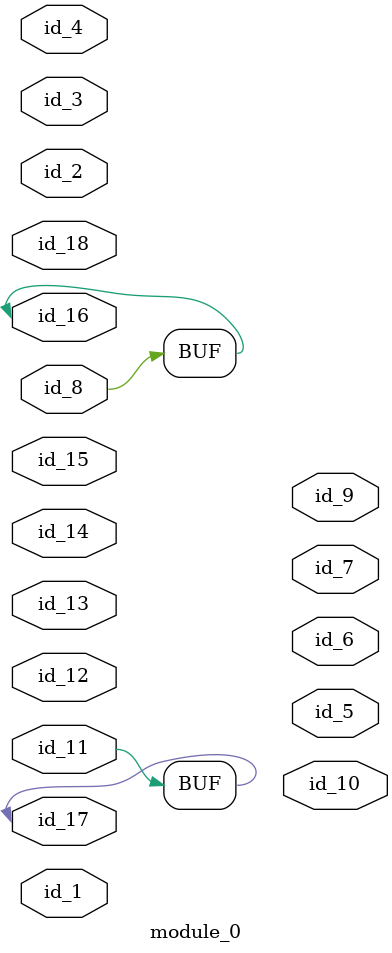
<source format=v>
module module_0 (
    id_1,
    id_2,
    id_3,
    id_4,
    id_5,
    id_6,
    id_7,
    id_8,
    id_9,
    id_10,
    id_11,
    id_12,
    id_13,
    id_14,
    id_15,
    id_16,
    id_17,
    id_18
);
  input id_18;
  inout id_17;
  inout id_16;
  input id_15;
  input id_14;
  inout id_13;
  inout id_12;
  inout id_11;
  output id_10;
  output id_9;
  input id_8;
  output id_7;
  output id_6;
  output id_5;
  input id_4;
  input id_3;
  inout id_2;
  inout id_1;
  always @* begin
    id_17 <= |id_11;
    id_16 = 1 ? id_8 : 1;
  end
endmodule

</source>
